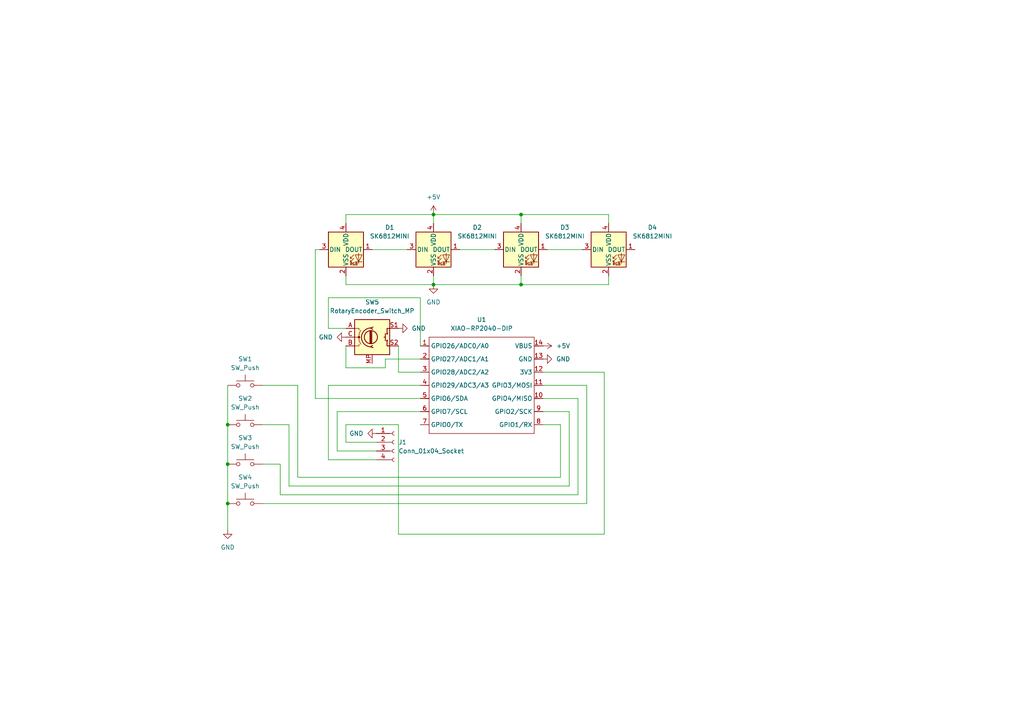
<source format=kicad_sch>
(kicad_sch
	(version 20250114)
	(generator "eeschema")
	(generator_version "9.0")
	(uuid "b8b8dbeb-5c33-4d33-b787-3c31eef694db")
	(paper "A4")
	(lib_symbols
		(symbol "Connector:Conn_01x04_Socket"
			(pin_names
				(offset 1.016)
				(hide yes)
			)
			(exclude_from_sim no)
			(in_bom yes)
			(on_board yes)
			(property "Reference" "J"
				(at 0 5.08 0)
				(effects
					(font
						(size 1.27 1.27)
					)
				)
			)
			(property "Value" "Conn_01x04_Socket"
				(at 0 -7.62 0)
				(effects
					(font
						(size 1.27 1.27)
					)
				)
			)
			(property "Footprint" ""
				(at 0 0 0)
				(effects
					(font
						(size 1.27 1.27)
					)
					(hide yes)
				)
			)
			(property "Datasheet" "~"
				(at 0 0 0)
				(effects
					(font
						(size 1.27 1.27)
					)
					(hide yes)
				)
			)
			(property "Description" "Generic connector, single row, 01x04, script generated"
				(at 0 0 0)
				(effects
					(font
						(size 1.27 1.27)
					)
					(hide yes)
				)
			)
			(property "ki_locked" ""
				(at 0 0 0)
				(effects
					(font
						(size 1.27 1.27)
					)
				)
			)
			(property "ki_keywords" "connector"
				(at 0 0 0)
				(effects
					(font
						(size 1.27 1.27)
					)
					(hide yes)
				)
			)
			(property "ki_fp_filters" "Connector*:*_1x??_*"
				(at 0 0 0)
				(effects
					(font
						(size 1.27 1.27)
					)
					(hide yes)
				)
			)
			(symbol "Conn_01x04_Socket_1_1"
				(polyline
					(pts
						(xy -1.27 2.54) (xy -0.508 2.54)
					)
					(stroke
						(width 0.1524)
						(type default)
					)
					(fill
						(type none)
					)
				)
				(polyline
					(pts
						(xy -1.27 0) (xy -0.508 0)
					)
					(stroke
						(width 0.1524)
						(type default)
					)
					(fill
						(type none)
					)
				)
				(polyline
					(pts
						(xy -1.27 -2.54) (xy -0.508 -2.54)
					)
					(stroke
						(width 0.1524)
						(type default)
					)
					(fill
						(type none)
					)
				)
				(polyline
					(pts
						(xy -1.27 -5.08) (xy -0.508 -5.08)
					)
					(stroke
						(width 0.1524)
						(type default)
					)
					(fill
						(type none)
					)
				)
				(arc
					(start 0 2.032)
					(mid -0.5058 2.54)
					(end 0 3.048)
					(stroke
						(width 0.1524)
						(type default)
					)
					(fill
						(type none)
					)
				)
				(arc
					(start 0 -0.508)
					(mid -0.5058 0)
					(end 0 0.508)
					(stroke
						(width 0.1524)
						(type default)
					)
					(fill
						(type none)
					)
				)
				(arc
					(start 0 -3.048)
					(mid -0.5058 -2.54)
					(end 0 -2.032)
					(stroke
						(width 0.1524)
						(type default)
					)
					(fill
						(type none)
					)
				)
				(arc
					(start 0 -5.588)
					(mid -0.5058 -5.08)
					(end 0 -4.572)
					(stroke
						(width 0.1524)
						(type default)
					)
					(fill
						(type none)
					)
				)
				(pin passive line
					(at -5.08 2.54 0)
					(length 3.81)
					(name "Pin_1"
						(effects
							(font
								(size 1.27 1.27)
							)
						)
					)
					(number "1"
						(effects
							(font
								(size 1.27 1.27)
							)
						)
					)
				)
				(pin passive line
					(at -5.08 0 0)
					(length 3.81)
					(name "Pin_2"
						(effects
							(font
								(size 1.27 1.27)
							)
						)
					)
					(number "2"
						(effects
							(font
								(size 1.27 1.27)
							)
						)
					)
				)
				(pin passive line
					(at -5.08 -2.54 0)
					(length 3.81)
					(name "Pin_3"
						(effects
							(font
								(size 1.27 1.27)
							)
						)
					)
					(number "3"
						(effects
							(font
								(size 1.27 1.27)
							)
						)
					)
				)
				(pin passive line
					(at -5.08 -5.08 0)
					(length 3.81)
					(name "Pin_4"
						(effects
							(font
								(size 1.27 1.27)
							)
						)
					)
					(number "4"
						(effects
							(font
								(size 1.27 1.27)
							)
						)
					)
				)
			)
			(embedded_fonts no)
		)
		(symbol "Device:RotaryEncoder_Switch_MP"
			(pin_names
				(offset 0.254)
				(hide yes)
			)
			(exclude_from_sim no)
			(in_bom yes)
			(on_board yes)
			(property "Reference" "SW"
				(at 0 8.89 0)
				(effects
					(font
						(size 1.27 1.27)
					)
				)
			)
			(property "Value" "RotaryEncoder_Switch_MP"
				(at 0 6.35 0)
				(effects
					(font
						(size 1.27 1.27)
					)
				)
			)
			(property "Footprint" ""
				(at -3.81 4.064 0)
				(effects
					(font
						(size 1.27 1.27)
					)
					(hide yes)
				)
			)
			(property "Datasheet" "~"
				(at 0 -12.7 0)
				(effects
					(font
						(size 1.27 1.27)
					)
					(hide yes)
				)
			)
			(property "Description" "Rotary encoder, dual channel, incremental quadrate outputs, with switch and MP Pin"
				(at 0 -15.24 0)
				(effects
					(font
						(size 1.27 1.27)
					)
					(hide yes)
				)
			)
			(property "ki_keywords" "rotary switch encoder switch push button"
				(at 0 0 0)
				(effects
					(font
						(size 1.27 1.27)
					)
					(hide yes)
				)
			)
			(property "ki_fp_filters" "RotaryEncoder*Switch*"
				(at 0 0 0)
				(effects
					(font
						(size 1.27 1.27)
					)
					(hide yes)
				)
			)
			(symbol "RotaryEncoder_Switch_MP_0_1"
				(rectangle
					(start -5.08 5.08)
					(end 5.08 -5.08)
					(stroke
						(width 0.254)
						(type default)
					)
					(fill
						(type background)
					)
				)
				(polyline
					(pts
						(xy -5.08 2.54) (xy -3.81 2.54) (xy -3.81 2.032)
					)
					(stroke
						(width 0)
						(type default)
					)
					(fill
						(type none)
					)
				)
				(polyline
					(pts
						(xy -5.08 0) (xy -3.81 0) (xy -3.81 -1.016) (xy -3.302 -2.032)
					)
					(stroke
						(width 0)
						(type default)
					)
					(fill
						(type none)
					)
				)
				(polyline
					(pts
						(xy -5.08 -2.54) (xy -3.81 -2.54) (xy -3.81 -2.032)
					)
					(stroke
						(width 0)
						(type default)
					)
					(fill
						(type none)
					)
				)
				(polyline
					(pts
						(xy -4.318 0) (xy -3.81 0) (xy -3.81 1.016) (xy -3.302 2.032)
					)
					(stroke
						(width 0)
						(type default)
					)
					(fill
						(type none)
					)
				)
				(circle
					(center -3.81 0)
					(radius 0.254)
					(stroke
						(width 0)
						(type default)
					)
					(fill
						(type outline)
					)
				)
				(polyline
					(pts
						(xy -0.635 -1.778) (xy -0.635 1.778)
					)
					(stroke
						(width 0.254)
						(type default)
					)
					(fill
						(type none)
					)
				)
				(circle
					(center -0.381 0)
					(radius 1.905)
					(stroke
						(width 0.254)
						(type default)
					)
					(fill
						(type none)
					)
				)
				(polyline
					(pts
						(xy -0.381 -1.778) (xy -0.381 1.778)
					)
					(stroke
						(width 0.254)
						(type default)
					)
					(fill
						(type none)
					)
				)
				(arc
					(start -0.381 -2.794)
					(mid -3.0988 -0.0635)
					(end -0.381 2.667)
					(stroke
						(width 0.254)
						(type default)
					)
					(fill
						(type none)
					)
				)
				(polyline
					(pts
						(xy -0.127 1.778) (xy -0.127 -1.778)
					)
					(stroke
						(width 0.254)
						(type default)
					)
					(fill
						(type none)
					)
				)
				(polyline
					(pts
						(xy 0.254 2.921) (xy -0.508 2.667) (xy 0.127 2.286)
					)
					(stroke
						(width 0.254)
						(type default)
					)
					(fill
						(type none)
					)
				)
				(polyline
					(pts
						(xy 0.254 -3.048) (xy -0.508 -2.794) (xy 0.127 -2.413)
					)
					(stroke
						(width 0.254)
						(type default)
					)
					(fill
						(type none)
					)
				)
				(polyline
					(pts
						(xy 3.81 1.016) (xy 3.81 -1.016)
					)
					(stroke
						(width 0.254)
						(type default)
					)
					(fill
						(type none)
					)
				)
				(polyline
					(pts
						(xy 3.81 0) (xy 3.429 0)
					)
					(stroke
						(width 0.254)
						(type default)
					)
					(fill
						(type none)
					)
				)
				(circle
					(center 4.318 1.016)
					(radius 0.127)
					(stroke
						(width 0.254)
						(type default)
					)
					(fill
						(type none)
					)
				)
				(circle
					(center 4.318 -1.016)
					(radius 0.127)
					(stroke
						(width 0.254)
						(type default)
					)
					(fill
						(type none)
					)
				)
				(polyline
					(pts
						(xy 5.08 2.54) (xy 4.318 2.54) (xy 4.318 1.016)
					)
					(stroke
						(width 0.254)
						(type default)
					)
					(fill
						(type none)
					)
				)
				(polyline
					(pts
						(xy 5.08 -2.54) (xy 4.318 -2.54) (xy 4.318 -1.016)
					)
					(stroke
						(width 0.254)
						(type default)
					)
					(fill
						(type none)
					)
				)
			)
			(symbol "RotaryEncoder_Switch_MP_1_1"
				(pin passive line
					(at -7.62 2.54 0)
					(length 2.54)
					(name "A"
						(effects
							(font
								(size 1.27 1.27)
							)
						)
					)
					(number "A"
						(effects
							(font
								(size 1.27 1.27)
							)
						)
					)
				)
				(pin passive line
					(at -7.62 0 0)
					(length 2.54)
					(name "C"
						(effects
							(font
								(size 1.27 1.27)
							)
						)
					)
					(number "C"
						(effects
							(font
								(size 1.27 1.27)
							)
						)
					)
				)
				(pin passive line
					(at -7.62 -2.54 0)
					(length 2.54)
					(name "B"
						(effects
							(font
								(size 1.27 1.27)
							)
						)
					)
					(number "B"
						(effects
							(font
								(size 1.27 1.27)
							)
						)
					)
				)
				(pin passive line
					(at 0 -7.62 90)
					(length 2.54)
					(name "MP"
						(effects
							(font
								(size 1.27 1.27)
							)
						)
					)
					(number "MP"
						(effects
							(font
								(size 1.27 1.27)
							)
						)
					)
				)
				(pin passive line
					(at 7.62 2.54 180)
					(length 2.54)
					(name "S1"
						(effects
							(font
								(size 1.27 1.27)
							)
						)
					)
					(number "S1"
						(effects
							(font
								(size 1.27 1.27)
							)
						)
					)
				)
				(pin passive line
					(at 7.62 -2.54 180)
					(length 2.54)
					(name "S2"
						(effects
							(font
								(size 1.27 1.27)
							)
						)
					)
					(number "S2"
						(effects
							(font
								(size 1.27 1.27)
							)
						)
					)
				)
			)
			(embedded_fonts no)
		)
		(symbol "LED:SK6812MINI"
			(pin_names
				(offset 0.254)
			)
			(exclude_from_sim no)
			(in_bom yes)
			(on_board yes)
			(property "Reference" "D"
				(at 5.08 5.715 0)
				(effects
					(font
						(size 1.27 1.27)
					)
					(justify right bottom)
				)
			)
			(property "Value" "SK6812MINI"
				(at 1.27 -5.715 0)
				(effects
					(font
						(size 1.27 1.27)
					)
					(justify left top)
				)
			)
			(property "Footprint" "LED_SMD:LED_SK6812MINI_PLCC4_3.5x3.5mm_P1.75mm"
				(at 1.27 -7.62 0)
				(effects
					(font
						(size 1.27 1.27)
					)
					(justify left top)
					(hide yes)
				)
			)
			(property "Datasheet" "https://cdn-shop.adafruit.com/product-files/2686/SK6812MINI_REV.01-1-2.pdf"
				(at 2.54 -9.525 0)
				(effects
					(font
						(size 1.27 1.27)
					)
					(justify left top)
					(hide yes)
				)
			)
			(property "Description" "RGB LED with integrated controller"
				(at 0 0 0)
				(effects
					(font
						(size 1.27 1.27)
					)
					(hide yes)
				)
			)
			(property "ki_keywords" "RGB LED NeoPixel Mini addressable"
				(at 0 0 0)
				(effects
					(font
						(size 1.27 1.27)
					)
					(hide yes)
				)
			)
			(property "ki_fp_filters" "LED*SK6812MINI*PLCC*3.5x3.5mm*P1.75mm*"
				(at 0 0 0)
				(effects
					(font
						(size 1.27 1.27)
					)
					(hide yes)
				)
			)
			(symbol "SK6812MINI_0_0"
				(text "RGB"
					(at 2.286 -4.191 0)
					(effects
						(font
							(size 0.762 0.762)
						)
					)
				)
			)
			(symbol "SK6812MINI_0_1"
				(polyline
					(pts
						(xy 1.27 -2.54) (xy 1.778 -2.54)
					)
					(stroke
						(width 0)
						(type default)
					)
					(fill
						(type none)
					)
				)
				(polyline
					(pts
						(xy 1.27 -3.556) (xy 1.778 -3.556)
					)
					(stroke
						(width 0)
						(type default)
					)
					(fill
						(type none)
					)
				)
				(polyline
					(pts
						(xy 2.286 -1.524) (xy 1.27 -2.54) (xy 1.27 -2.032)
					)
					(stroke
						(width 0)
						(type default)
					)
					(fill
						(type none)
					)
				)
				(polyline
					(pts
						(xy 2.286 -2.54) (xy 1.27 -3.556) (xy 1.27 -3.048)
					)
					(stroke
						(width 0)
						(type default)
					)
					(fill
						(type none)
					)
				)
				(polyline
					(pts
						(xy 3.683 -1.016) (xy 3.683 -3.556) (xy 3.683 -4.064)
					)
					(stroke
						(width 0)
						(type default)
					)
					(fill
						(type none)
					)
				)
				(polyline
					(pts
						(xy 4.699 -1.524) (xy 2.667 -1.524) (xy 3.683 -3.556) (xy 4.699 -1.524)
					)
					(stroke
						(width 0)
						(type default)
					)
					(fill
						(type none)
					)
				)
				(polyline
					(pts
						(xy 4.699 -3.556) (xy 2.667 -3.556)
					)
					(stroke
						(width 0)
						(type default)
					)
					(fill
						(type none)
					)
				)
				(rectangle
					(start 5.08 5.08)
					(end -5.08 -5.08)
					(stroke
						(width 0.254)
						(type default)
					)
					(fill
						(type background)
					)
				)
			)
			(symbol "SK6812MINI_1_1"
				(pin input line
					(at -7.62 0 0)
					(length 2.54)
					(name "DIN"
						(effects
							(font
								(size 1.27 1.27)
							)
						)
					)
					(number "3"
						(effects
							(font
								(size 1.27 1.27)
							)
						)
					)
				)
				(pin power_in line
					(at 0 7.62 270)
					(length 2.54)
					(name "VDD"
						(effects
							(font
								(size 1.27 1.27)
							)
						)
					)
					(number "4"
						(effects
							(font
								(size 1.27 1.27)
							)
						)
					)
				)
				(pin power_in line
					(at 0 -7.62 90)
					(length 2.54)
					(name "VSS"
						(effects
							(font
								(size 1.27 1.27)
							)
						)
					)
					(number "2"
						(effects
							(font
								(size 1.27 1.27)
							)
						)
					)
				)
				(pin output line
					(at 7.62 0 180)
					(length 2.54)
					(name "DOUT"
						(effects
							(font
								(size 1.27 1.27)
							)
						)
					)
					(number "1"
						(effects
							(font
								(size 1.27 1.27)
							)
						)
					)
				)
			)
			(embedded_fonts no)
		)
		(symbol "OPL Library:XIAO-RP2040-DIP"
			(exclude_from_sim no)
			(in_bom yes)
			(on_board yes)
			(property "Reference" "U"
				(at 0 0 0)
				(effects
					(font
						(size 1.27 1.27)
					)
				)
			)
			(property "Value" "XIAO-RP2040-DIP"
				(at 5.334 -1.778 0)
				(effects
					(font
						(size 1.27 1.27)
					)
				)
			)
			(property "Footprint" "Module:MOUDLE14P-XIAO-DIP-SMD"
				(at 14.478 -32.258 0)
				(effects
					(font
						(size 1.27 1.27)
					)
					(hide yes)
				)
			)
			(property "Datasheet" ""
				(at 0 0 0)
				(effects
					(font
						(size 1.27 1.27)
					)
					(hide yes)
				)
			)
			(property "Description" ""
				(at 0 0 0)
				(effects
					(font
						(size 1.27 1.27)
					)
					(hide yes)
				)
			)
			(symbol "XIAO-RP2040-DIP_1_0"
				(polyline
					(pts
						(xy -1.27 -2.54) (xy 29.21 -2.54)
					)
					(stroke
						(width 0.1524)
						(type solid)
					)
					(fill
						(type none)
					)
				)
				(polyline
					(pts
						(xy -1.27 -5.08) (xy -2.54 -5.08)
					)
					(stroke
						(width 0.1524)
						(type solid)
					)
					(fill
						(type none)
					)
				)
				(polyline
					(pts
						(xy -1.27 -5.08) (xy -1.27 -2.54)
					)
					(stroke
						(width 0.1524)
						(type solid)
					)
					(fill
						(type none)
					)
				)
				(polyline
					(pts
						(xy -1.27 -8.89) (xy -2.54 -8.89)
					)
					(stroke
						(width 0.1524)
						(type solid)
					)
					(fill
						(type none)
					)
				)
				(polyline
					(pts
						(xy -1.27 -8.89) (xy -1.27 -5.08)
					)
					(stroke
						(width 0.1524)
						(type solid)
					)
					(fill
						(type none)
					)
				)
				(polyline
					(pts
						(xy -1.27 -12.7) (xy -2.54 -12.7)
					)
					(stroke
						(width 0.1524)
						(type solid)
					)
					(fill
						(type none)
					)
				)
				(polyline
					(pts
						(xy -1.27 -12.7) (xy -1.27 -8.89)
					)
					(stroke
						(width 0.1524)
						(type solid)
					)
					(fill
						(type none)
					)
				)
				(polyline
					(pts
						(xy -1.27 -16.51) (xy -2.54 -16.51)
					)
					(stroke
						(width 0.1524)
						(type solid)
					)
					(fill
						(type none)
					)
				)
				(polyline
					(pts
						(xy -1.27 -16.51) (xy -1.27 -12.7)
					)
					(stroke
						(width 0.1524)
						(type solid)
					)
					(fill
						(type none)
					)
				)
				(polyline
					(pts
						(xy -1.27 -20.32) (xy -2.54 -20.32)
					)
					(stroke
						(width 0.1524)
						(type solid)
					)
					(fill
						(type none)
					)
				)
				(polyline
					(pts
						(xy -1.27 -24.13) (xy -2.54 -24.13)
					)
					(stroke
						(width 0.1524)
						(type solid)
					)
					(fill
						(type none)
					)
				)
				(polyline
					(pts
						(xy -1.27 -27.94) (xy -2.54 -27.94)
					)
					(stroke
						(width 0.1524)
						(type solid)
					)
					(fill
						(type none)
					)
				)
				(polyline
					(pts
						(xy -1.27 -30.48) (xy -1.27 -16.51)
					)
					(stroke
						(width 0.1524)
						(type solid)
					)
					(fill
						(type none)
					)
				)
				(polyline
					(pts
						(xy 29.21 -2.54) (xy 29.21 -5.08)
					)
					(stroke
						(width 0.1524)
						(type solid)
					)
					(fill
						(type none)
					)
				)
				(polyline
					(pts
						(xy 29.21 -5.08) (xy 29.21 -8.89)
					)
					(stroke
						(width 0.1524)
						(type solid)
					)
					(fill
						(type none)
					)
				)
				(polyline
					(pts
						(xy 29.21 -8.89) (xy 29.21 -12.7)
					)
					(stroke
						(width 0.1524)
						(type solid)
					)
					(fill
						(type none)
					)
				)
				(polyline
					(pts
						(xy 29.21 -12.7) (xy 29.21 -30.48)
					)
					(stroke
						(width 0.1524)
						(type solid)
					)
					(fill
						(type none)
					)
				)
				(polyline
					(pts
						(xy 29.21 -30.48) (xy -1.27 -30.48)
					)
					(stroke
						(width 0.1524)
						(type solid)
					)
					(fill
						(type none)
					)
				)
				(polyline
					(pts
						(xy 30.48 -5.08) (xy 29.21 -5.08)
					)
					(stroke
						(width 0.1524)
						(type solid)
					)
					(fill
						(type none)
					)
				)
				(polyline
					(pts
						(xy 30.48 -8.89) (xy 29.21 -8.89)
					)
					(stroke
						(width 0.1524)
						(type solid)
					)
					(fill
						(type none)
					)
				)
				(polyline
					(pts
						(xy 30.48 -12.7) (xy 29.21 -12.7)
					)
					(stroke
						(width 0.1524)
						(type solid)
					)
					(fill
						(type none)
					)
				)
				(polyline
					(pts
						(xy 30.48 -16.51) (xy 29.21 -16.51)
					)
					(stroke
						(width 0.1524)
						(type solid)
					)
					(fill
						(type none)
					)
				)
				(polyline
					(pts
						(xy 30.48 -20.32) (xy 29.21 -20.32)
					)
					(stroke
						(width 0.1524)
						(type solid)
					)
					(fill
						(type none)
					)
				)
				(polyline
					(pts
						(xy 30.48 -24.13) (xy 29.21 -24.13)
					)
					(stroke
						(width 0.1524)
						(type solid)
					)
					(fill
						(type none)
					)
				)
				(polyline
					(pts
						(xy 30.48 -27.94) (xy 29.21 -27.94)
					)
					(stroke
						(width 0.1524)
						(type solid)
					)
					(fill
						(type none)
					)
				)
				(pin passive line
					(at -3.81 -5.08 0)
					(length 2.54)
					(name "GPIO26/ADC0/A0"
						(effects
							(font
								(size 1.27 1.27)
							)
						)
					)
					(number "1"
						(effects
							(font
								(size 1.27 1.27)
							)
						)
					)
				)
				(pin passive line
					(at -3.81 -8.89 0)
					(length 2.54)
					(name "GPIO27/ADC1/A1"
						(effects
							(font
								(size 1.27 1.27)
							)
						)
					)
					(number "2"
						(effects
							(font
								(size 1.27 1.27)
							)
						)
					)
				)
				(pin passive line
					(at -3.81 -12.7 0)
					(length 2.54)
					(name "GPIO28/ADC2/A2"
						(effects
							(font
								(size 1.27 1.27)
							)
						)
					)
					(number "3"
						(effects
							(font
								(size 1.27 1.27)
							)
						)
					)
				)
				(pin passive line
					(at -3.81 -16.51 0)
					(length 2.54)
					(name "GPIO29/ADC3/A3"
						(effects
							(font
								(size 1.27 1.27)
							)
						)
					)
					(number "4"
						(effects
							(font
								(size 1.27 1.27)
							)
						)
					)
				)
				(pin passive line
					(at -3.81 -20.32 0)
					(length 2.54)
					(name "GPIO6/SDA"
						(effects
							(font
								(size 1.27 1.27)
							)
						)
					)
					(number "5"
						(effects
							(font
								(size 1.27 1.27)
							)
						)
					)
				)
				(pin passive line
					(at -3.81 -24.13 0)
					(length 2.54)
					(name "GPIO7/SCL"
						(effects
							(font
								(size 1.27 1.27)
							)
						)
					)
					(number "6"
						(effects
							(font
								(size 1.27 1.27)
							)
						)
					)
				)
				(pin passive line
					(at -3.81 -27.94 0)
					(length 2.54)
					(name "GPIO0/TX"
						(effects
							(font
								(size 1.27 1.27)
							)
						)
					)
					(number "7"
						(effects
							(font
								(size 1.27 1.27)
							)
						)
					)
				)
				(pin passive line
					(at 31.75 -5.08 180)
					(length 2.54)
					(name "VBUS"
						(effects
							(font
								(size 1.27 1.27)
							)
						)
					)
					(number "14"
						(effects
							(font
								(size 1.27 1.27)
							)
						)
					)
				)
				(pin passive line
					(at 31.75 -8.89 180)
					(length 2.54)
					(name "GND"
						(effects
							(font
								(size 1.27 1.27)
							)
						)
					)
					(number "13"
						(effects
							(font
								(size 1.27 1.27)
							)
						)
					)
				)
				(pin passive line
					(at 31.75 -12.7 180)
					(length 2.54)
					(name "3V3"
						(effects
							(font
								(size 1.27 1.27)
							)
						)
					)
					(number "12"
						(effects
							(font
								(size 1.27 1.27)
							)
						)
					)
				)
				(pin passive line
					(at 31.75 -16.51 180)
					(length 2.54)
					(name "GPIO3/MOSI"
						(effects
							(font
								(size 1.27 1.27)
							)
						)
					)
					(number "11"
						(effects
							(font
								(size 1.27 1.27)
							)
						)
					)
				)
				(pin passive line
					(at 31.75 -20.32 180)
					(length 2.54)
					(name "GPIO4/MISO"
						(effects
							(font
								(size 1.27 1.27)
							)
						)
					)
					(number "10"
						(effects
							(font
								(size 1.27 1.27)
							)
						)
					)
				)
				(pin passive line
					(at 31.75 -24.13 180)
					(length 2.54)
					(name "GPIO2/SCK"
						(effects
							(font
								(size 1.27 1.27)
							)
						)
					)
					(number "9"
						(effects
							(font
								(size 1.27 1.27)
							)
						)
					)
				)
				(pin passive line
					(at 31.75 -27.94 180)
					(length 2.54)
					(name "GPIO1/RX"
						(effects
							(font
								(size 1.27 1.27)
							)
						)
					)
					(number "8"
						(effects
							(font
								(size 1.27 1.27)
							)
						)
					)
				)
			)
			(embedded_fonts no)
		)
		(symbol "Switch:SW_Push"
			(pin_numbers
				(hide yes)
			)
			(pin_names
				(offset 1.016)
				(hide yes)
			)
			(exclude_from_sim no)
			(in_bom yes)
			(on_board yes)
			(property "Reference" "SW"
				(at 1.27 2.54 0)
				(effects
					(font
						(size 1.27 1.27)
					)
					(justify left)
				)
			)
			(property "Value" "SW_Push"
				(at 0 -1.524 0)
				(effects
					(font
						(size 1.27 1.27)
					)
				)
			)
			(property "Footprint" ""
				(at 0 5.08 0)
				(effects
					(font
						(size 1.27 1.27)
					)
					(hide yes)
				)
			)
			(property "Datasheet" "~"
				(at 0 5.08 0)
				(effects
					(font
						(size 1.27 1.27)
					)
					(hide yes)
				)
			)
			(property "Description" "Push button switch, generic, two pins"
				(at 0 0 0)
				(effects
					(font
						(size 1.27 1.27)
					)
					(hide yes)
				)
			)
			(property "ki_keywords" "switch normally-open pushbutton push-button"
				(at 0 0 0)
				(effects
					(font
						(size 1.27 1.27)
					)
					(hide yes)
				)
			)
			(symbol "SW_Push_0_1"
				(circle
					(center -2.032 0)
					(radius 0.508)
					(stroke
						(width 0)
						(type default)
					)
					(fill
						(type none)
					)
				)
				(polyline
					(pts
						(xy 0 1.27) (xy 0 3.048)
					)
					(stroke
						(width 0)
						(type default)
					)
					(fill
						(type none)
					)
				)
				(circle
					(center 2.032 0)
					(radius 0.508)
					(stroke
						(width 0)
						(type default)
					)
					(fill
						(type none)
					)
				)
				(polyline
					(pts
						(xy 2.54 1.27) (xy -2.54 1.27)
					)
					(stroke
						(width 0)
						(type default)
					)
					(fill
						(type none)
					)
				)
				(pin passive line
					(at -5.08 0 0)
					(length 2.54)
					(name "1"
						(effects
							(font
								(size 1.27 1.27)
							)
						)
					)
					(number "1"
						(effects
							(font
								(size 1.27 1.27)
							)
						)
					)
				)
				(pin passive line
					(at 5.08 0 180)
					(length 2.54)
					(name "2"
						(effects
							(font
								(size 1.27 1.27)
							)
						)
					)
					(number "2"
						(effects
							(font
								(size 1.27 1.27)
							)
						)
					)
				)
			)
			(embedded_fonts no)
		)
		(symbol "power:+5V"
			(power)
			(pin_numbers
				(hide yes)
			)
			(pin_names
				(offset 0)
				(hide yes)
			)
			(exclude_from_sim no)
			(in_bom yes)
			(on_board yes)
			(property "Reference" "#PWR"
				(at 0 -3.81 0)
				(effects
					(font
						(size 1.27 1.27)
					)
					(hide yes)
				)
			)
			(property "Value" "+5V"
				(at 0 3.556 0)
				(effects
					(font
						(size 1.27 1.27)
					)
				)
			)
			(property "Footprint" ""
				(at 0 0 0)
				(effects
					(font
						(size 1.27 1.27)
					)
					(hide yes)
				)
			)
			(property "Datasheet" ""
				(at 0 0 0)
				(effects
					(font
						(size 1.27 1.27)
					)
					(hide yes)
				)
			)
			(property "Description" "Power symbol creates a global label with name \"+5V\""
				(at 0 0 0)
				(effects
					(font
						(size 1.27 1.27)
					)
					(hide yes)
				)
			)
			(property "ki_keywords" "global power"
				(at 0 0 0)
				(effects
					(font
						(size 1.27 1.27)
					)
					(hide yes)
				)
			)
			(symbol "+5V_0_1"
				(polyline
					(pts
						(xy -0.762 1.27) (xy 0 2.54)
					)
					(stroke
						(width 0)
						(type default)
					)
					(fill
						(type none)
					)
				)
				(polyline
					(pts
						(xy 0 2.54) (xy 0.762 1.27)
					)
					(stroke
						(width 0)
						(type default)
					)
					(fill
						(type none)
					)
				)
				(polyline
					(pts
						(xy 0 0) (xy 0 2.54)
					)
					(stroke
						(width 0)
						(type default)
					)
					(fill
						(type none)
					)
				)
			)
			(symbol "+5V_1_1"
				(pin power_in line
					(at 0 0 90)
					(length 0)
					(name "~"
						(effects
							(font
								(size 1.27 1.27)
							)
						)
					)
					(number "1"
						(effects
							(font
								(size 1.27 1.27)
							)
						)
					)
				)
			)
			(embedded_fonts no)
		)
		(symbol "power:GND"
			(power)
			(pin_numbers
				(hide yes)
			)
			(pin_names
				(offset 0)
				(hide yes)
			)
			(exclude_from_sim no)
			(in_bom yes)
			(on_board yes)
			(property "Reference" "#PWR"
				(at 0 -6.35 0)
				(effects
					(font
						(size 1.27 1.27)
					)
					(hide yes)
				)
			)
			(property "Value" "GND"
				(at 0 -3.81 0)
				(effects
					(font
						(size 1.27 1.27)
					)
				)
			)
			(property "Footprint" ""
				(at 0 0 0)
				(effects
					(font
						(size 1.27 1.27)
					)
					(hide yes)
				)
			)
			(property "Datasheet" ""
				(at 0 0 0)
				(effects
					(font
						(size 1.27 1.27)
					)
					(hide yes)
				)
			)
			(property "Description" "Power symbol creates a global label with name \"GND\" , ground"
				(at 0 0 0)
				(effects
					(font
						(size 1.27 1.27)
					)
					(hide yes)
				)
			)
			(property "ki_keywords" "global power"
				(at 0 0 0)
				(effects
					(font
						(size 1.27 1.27)
					)
					(hide yes)
				)
			)
			(symbol "GND_0_1"
				(polyline
					(pts
						(xy 0 0) (xy 0 -1.27) (xy 1.27 -1.27) (xy 0 -2.54) (xy -1.27 -1.27) (xy 0 -1.27)
					)
					(stroke
						(width 0)
						(type default)
					)
					(fill
						(type none)
					)
				)
			)
			(symbol "GND_1_1"
				(pin power_in line
					(at 0 0 270)
					(length 0)
					(name "~"
						(effects
							(font
								(size 1.27 1.27)
							)
						)
					)
					(number "1"
						(effects
							(font
								(size 1.27 1.27)
							)
						)
					)
				)
			)
			(embedded_fonts no)
		)
	)
	(junction
		(at 66.04 134.62)
		(diameter 0)
		(color 0 0 0 0)
		(uuid "49038254-b7af-4012-9742-fcaff5f71b8c")
	)
	(junction
		(at 151.13 82.55)
		(diameter 0)
		(color 0 0 0 0)
		(uuid "4e6f42b6-f206-4443-9159-95b6f634a397")
	)
	(junction
		(at 66.04 123.19)
		(diameter 0)
		(color 0 0 0 0)
		(uuid "585db9f9-9068-4d9a-8fb0-bf39df2bc478")
	)
	(junction
		(at 151.13 62.23)
		(diameter 0)
		(color 0 0 0 0)
		(uuid "765b5e4f-c564-42bd-83ed-29e1d041cbcf")
	)
	(junction
		(at 125.73 62.23)
		(diameter 0)
		(color 0 0 0 0)
		(uuid "ae1eb18c-be42-4b3a-9ad0-8129e70e3f73")
	)
	(junction
		(at 66.04 146.05)
		(diameter 0)
		(color 0 0 0 0)
		(uuid "f3d65d17-59b2-4ea0-a8ab-c4dac4d1aae9")
	)
	(junction
		(at 125.73 82.55)
		(diameter 0)
		(color 0 0 0 0)
		(uuid "f6edec4b-1c75-42b8-a76c-8edffb699c38")
	)
	(wire
		(pts
			(xy 100.33 62.23) (xy 125.73 62.23)
		)
		(stroke
			(width 0)
			(type default)
		)
		(uuid "07c6b70a-299e-47a5-a468-f634c0d115b2")
	)
	(wire
		(pts
			(xy 125.73 62.23) (xy 151.13 62.23)
		)
		(stroke
			(width 0)
			(type default)
		)
		(uuid "09097266-f2e8-4091-a0d1-6403c6b5d997")
	)
	(wire
		(pts
			(xy 175.26 107.95) (xy 157.48 107.95)
		)
		(stroke
			(width 0)
			(type default)
		)
		(uuid "0e1e26f4-8bb3-4f11-aef9-8606dbb4af0c")
	)
	(wire
		(pts
			(xy 91.44 72.39) (xy 92.71 72.39)
		)
		(stroke
			(width 0)
			(type default)
		)
		(uuid "0e4d6b3f-a804-4be8-a54a-16056f2d286b")
	)
	(wire
		(pts
			(xy 158.75 72.39) (xy 168.91 72.39)
		)
		(stroke
			(width 0)
			(type default)
		)
		(uuid "0ed58f09-e86f-43e1-9754-c2011c4aab32")
	)
	(wire
		(pts
			(xy 162.56 123.19) (xy 157.48 123.19)
		)
		(stroke
			(width 0)
			(type default)
		)
		(uuid "17f3e480-4428-4c29-8604-7bd15b27fc4e")
	)
	(wire
		(pts
			(xy 151.13 64.77) (xy 151.13 62.23)
		)
		(stroke
			(width 0)
			(type default)
		)
		(uuid "183f2640-9cc2-44eb-a472-2144b0f281c7")
	)
	(wire
		(pts
			(xy 100.33 123.19) (xy 115.57 123.19)
		)
		(stroke
			(width 0)
			(type default)
		)
		(uuid "19900efe-9f40-42c9-802f-62f56ec173e7")
	)
	(wire
		(pts
			(xy 100.33 128.27) (xy 100.33 123.19)
		)
		(stroke
			(width 0)
			(type default)
		)
		(uuid "1d48090e-ddb2-48e8-8475-f5a49dc8a24b")
	)
	(wire
		(pts
			(xy 76.2 134.62) (xy 81.28 134.62)
		)
		(stroke
			(width 0)
			(type default)
		)
		(uuid "23ec608f-8ae7-4ca3-97fd-26ee582930a8")
	)
	(wire
		(pts
			(xy 95.25 133.35) (xy 95.25 111.76)
		)
		(stroke
			(width 0)
			(type default)
		)
		(uuid "24901493-25e1-4ec0-b9d0-6f041d09b99e")
	)
	(wire
		(pts
			(xy 170.18 146.05) (xy 170.18 111.76)
		)
		(stroke
			(width 0)
			(type default)
		)
		(uuid "2675fc10-32b9-4afe-99bf-910782180c62")
	)
	(wire
		(pts
			(xy 100.33 82.55) (xy 125.73 82.55)
		)
		(stroke
			(width 0)
			(type default)
		)
		(uuid "2ba7e913-db63-4962-a971-03609cef9d35")
	)
	(wire
		(pts
			(xy 81.28 143.51) (xy 167.64 143.51)
		)
		(stroke
			(width 0)
			(type default)
		)
		(uuid "2fc436f3-4a60-4690-a796-03f3d4b895ed")
	)
	(wire
		(pts
			(xy 165.1 119.38) (xy 157.48 119.38)
		)
		(stroke
			(width 0)
			(type default)
		)
		(uuid "30037b79-5f54-4cda-8a48-4f10dfca3647")
	)
	(wire
		(pts
			(xy 95.25 95.25) (xy 95.25 86.36)
		)
		(stroke
			(width 0)
			(type default)
		)
		(uuid "3818b337-340a-4752-89fb-8aee200b9bef")
	)
	(wire
		(pts
			(xy 176.53 80.01) (xy 176.53 82.55)
		)
		(stroke
			(width 0)
			(type default)
		)
		(uuid "38e795e7-53cc-4b22-a0c8-f2658a0cb73f")
	)
	(wire
		(pts
			(xy 81.28 134.62) (xy 81.28 143.51)
		)
		(stroke
			(width 0)
			(type default)
		)
		(uuid "3a97a15f-3d36-437d-8550-501c78ff88c2")
	)
	(wire
		(pts
			(xy 111.76 104.14) (xy 121.92 104.14)
		)
		(stroke
			(width 0)
			(type default)
		)
		(uuid "3bb111c1-a942-4a5c-9711-d6cd18cc36c2")
	)
	(wire
		(pts
			(xy 157.48 111.76) (xy 170.18 111.76)
		)
		(stroke
			(width 0)
			(type default)
		)
		(uuid "43946c21-8607-4cf3-8956-9a5c66be78c4")
	)
	(wire
		(pts
			(xy 66.04 111.76) (xy 66.04 123.19)
		)
		(stroke
			(width 0)
			(type default)
		)
		(uuid "5146ab09-5ace-4f8c-85c4-424b7e7aec00")
	)
	(wire
		(pts
			(xy 121.92 115.57) (xy 91.44 115.57)
		)
		(stroke
			(width 0)
			(type default)
		)
		(uuid "569d1ce1-652f-403b-b67f-3a60d459fa26")
	)
	(wire
		(pts
			(xy 115.57 100.33) (xy 115.57 107.95)
		)
		(stroke
			(width 0)
			(type default)
		)
		(uuid "5e113c2f-b5c5-4a43-a42f-e0bbe5521bb7")
	)
	(wire
		(pts
			(xy 121.92 86.36) (xy 121.92 100.33)
		)
		(stroke
			(width 0)
			(type default)
		)
		(uuid "60b80a54-6e77-4bf4-a091-31d8b94633e9")
	)
	(wire
		(pts
			(xy 125.73 82.55) (xy 125.73 80.01)
		)
		(stroke
			(width 0)
			(type default)
		)
		(uuid "60e9eea6-ce29-474b-a030-0ab3a8d68617")
	)
	(wire
		(pts
			(xy 83.82 140.97) (xy 165.1 140.97)
		)
		(stroke
			(width 0)
			(type default)
		)
		(uuid "6609aef5-7614-4dc9-9b87-d676faf536ee")
	)
	(wire
		(pts
			(xy 66.04 134.62) (xy 66.04 146.05)
		)
		(stroke
			(width 0)
			(type default)
		)
		(uuid "66424085-2fcb-4a8e-8446-f0472ee5c48d")
	)
	(wire
		(pts
			(xy 151.13 80.01) (xy 151.13 82.55)
		)
		(stroke
			(width 0)
			(type default)
		)
		(uuid "676aabe8-255e-4702-9506-ae7daf311ede")
	)
	(wire
		(pts
			(xy 100.33 100.33) (xy 100.33 106.68)
		)
		(stroke
			(width 0)
			(type default)
		)
		(uuid "6b7e7b8e-78b0-4ba6-9fbe-df70964d5a5b")
	)
	(wire
		(pts
			(xy 162.56 138.43) (xy 162.56 123.19)
		)
		(stroke
			(width 0)
			(type default)
		)
		(uuid "6c213f13-b0f0-4813-96c0-572927b80d1f")
	)
	(wire
		(pts
			(xy 109.22 133.35) (xy 95.25 133.35)
		)
		(stroke
			(width 0)
			(type default)
		)
		(uuid "6dfac06e-2baf-4126-95f0-091637733870")
	)
	(wire
		(pts
			(xy 176.53 62.23) (xy 176.53 64.77)
		)
		(stroke
			(width 0)
			(type default)
		)
		(uuid "6f2e1f0a-78a8-4de3-8946-403547e2b094")
	)
	(wire
		(pts
			(xy 165.1 140.97) (xy 165.1 119.38)
		)
		(stroke
			(width 0)
			(type default)
		)
		(uuid "6ffeeb77-faf8-458c-bea6-3e21fbb032de")
	)
	(wire
		(pts
			(xy 76.2 146.05) (xy 170.18 146.05)
		)
		(stroke
			(width 0)
			(type default)
		)
		(uuid "73452b06-d955-41c1-a6cc-705d85b9b6d5")
	)
	(wire
		(pts
			(xy 115.57 123.19) (xy 115.57 154.94)
		)
		(stroke
			(width 0)
			(type default)
		)
		(uuid "73e9c408-2875-4e87-afd0-befc0d0a2e0c")
	)
	(wire
		(pts
			(xy 109.22 128.27) (xy 100.33 128.27)
		)
		(stroke
			(width 0)
			(type default)
		)
		(uuid "74142827-a9d9-4aee-a4ee-904ec1e4d99c")
	)
	(wire
		(pts
			(xy 175.26 154.94) (xy 175.26 107.95)
		)
		(stroke
			(width 0)
			(type default)
		)
		(uuid "757ae338-a2e8-430c-bd33-7f7166e371ca")
	)
	(wire
		(pts
			(xy 157.48 115.57) (xy 167.64 115.57)
		)
		(stroke
			(width 0)
			(type default)
		)
		(uuid "85f28260-e980-4202-b512-66c4ecea0498")
	)
	(wire
		(pts
			(xy 86.36 111.76) (xy 86.36 138.43)
		)
		(stroke
			(width 0)
			(type default)
		)
		(uuid "87dd1e92-f701-4aef-9dd6-d91791902694")
	)
	(wire
		(pts
			(xy 115.57 107.95) (xy 121.92 107.95)
		)
		(stroke
			(width 0)
			(type default)
		)
		(uuid "9206b5eb-1001-47df-ae55-2b41192e77f3")
	)
	(wire
		(pts
			(xy 107.95 72.39) (xy 118.11 72.39)
		)
		(stroke
			(width 0)
			(type default)
		)
		(uuid "94d630ed-381b-491d-b1f8-27907a9c6db8")
	)
	(wire
		(pts
			(xy 100.33 95.25) (xy 95.25 95.25)
		)
		(stroke
			(width 0)
			(type default)
		)
		(uuid "9926d1b2-ad40-4054-bd48-f09fa59ed6ff")
	)
	(wire
		(pts
			(xy 76.2 123.19) (xy 83.82 123.19)
		)
		(stroke
			(width 0)
			(type default)
		)
		(uuid "a4c9c6dd-fb9f-4813-abd0-5f600089036d")
	)
	(wire
		(pts
			(xy 133.35 72.39) (xy 143.51 72.39)
		)
		(stroke
			(width 0)
			(type default)
		)
		(uuid "aa1738bb-5db4-42ee-afc0-7750a56ea0e8")
	)
	(wire
		(pts
			(xy 125.73 82.55) (xy 151.13 82.55)
		)
		(stroke
			(width 0)
			(type default)
		)
		(uuid "ad76d73c-5201-416b-bcd7-59febd7d8b8f")
	)
	(wire
		(pts
			(xy 109.22 130.81) (xy 97.79 130.81)
		)
		(stroke
			(width 0)
			(type default)
		)
		(uuid "ae1108e5-1cf7-4153-b4bb-bfbfa66c2db5")
	)
	(wire
		(pts
			(xy 66.04 123.19) (xy 66.04 134.62)
		)
		(stroke
			(width 0)
			(type default)
		)
		(uuid "b01b29df-eb83-4409-80d3-224066c11ea3")
	)
	(wire
		(pts
			(xy 111.76 106.68) (xy 111.76 104.14)
		)
		(stroke
			(width 0)
			(type default)
		)
		(uuid "b19b2a92-5b09-412e-8224-fc4066b78af2")
	)
	(wire
		(pts
			(xy 86.36 138.43) (xy 162.56 138.43)
		)
		(stroke
			(width 0)
			(type default)
		)
		(uuid "b2a5cd78-9aa0-4b07-87c5-2645b266d64c")
	)
	(wire
		(pts
			(xy 97.79 130.81) (xy 97.79 119.38)
		)
		(stroke
			(width 0)
			(type default)
		)
		(uuid "b5c82b9d-51f8-4c05-932e-a5e12ea2f2e4")
	)
	(wire
		(pts
			(xy 100.33 80.01) (xy 100.33 82.55)
		)
		(stroke
			(width 0)
			(type default)
		)
		(uuid "b7713d63-3c91-434c-993f-488f553739f3")
	)
	(wire
		(pts
			(xy 125.73 62.23) (xy 125.73 64.77)
		)
		(stroke
			(width 0)
			(type default)
		)
		(uuid "b9c52d0d-aed5-4004-817e-38b2e56e275b")
	)
	(wire
		(pts
			(xy 91.44 115.57) (xy 91.44 72.39)
		)
		(stroke
			(width 0)
			(type default)
		)
		(uuid "bd1300c0-e87b-4075-89da-4bc131f6216d")
	)
	(wire
		(pts
			(xy 100.33 64.77) (xy 100.33 62.23)
		)
		(stroke
			(width 0)
			(type default)
		)
		(uuid "c6f65599-5a9e-42bf-ba19-54c3e5bedc33")
	)
	(wire
		(pts
			(xy 100.33 106.68) (xy 111.76 106.68)
		)
		(stroke
			(width 0)
			(type default)
		)
		(uuid "c8db3f0d-7615-41de-8ede-04cbecd065e3")
	)
	(wire
		(pts
			(xy 151.13 82.55) (xy 176.53 82.55)
		)
		(stroke
			(width 0)
			(type default)
		)
		(uuid "ca04d5c4-eb51-46f7-8064-a13140a72eb7")
	)
	(wire
		(pts
			(xy 83.82 123.19) (xy 83.82 140.97)
		)
		(stroke
			(width 0)
			(type default)
		)
		(uuid "d4d08441-6346-472f-8797-0ef8b4203b48")
	)
	(wire
		(pts
			(xy 66.04 146.05) (xy 66.04 153.67)
		)
		(stroke
			(width 0)
			(type default)
		)
		(uuid "d5c557d3-0c70-4f23-9ec2-21bff57b01f1")
	)
	(wire
		(pts
			(xy 167.64 143.51) (xy 167.64 115.57)
		)
		(stroke
			(width 0)
			(type default)
		)
		(uuid "e7ae887b-b61d-4e05-bb21-15f46d9f5260")
	)
	(wire
		(pts
			(xy 95.25 86.36) (xy 121.92 86.36)
		)
		(stroke
			(width 0)
			(type default)
		)
		(uuid "eb25c894-5305-4648-a362-37f60c089cb0")
	)
	(wire
		(pts
			(xy 76.2 111.76) (xy 86.36 111.76)
		)
		(stroke
			(width 0)
			(type default)
		)
		(uuid "ed150fed-34af-4f8c-89c8-2a1019fcda95")
	)
	(wire
		(pts
			(xy 115.57 154.94) (xy 175.26 154.94)
		)
		(stroke
			(width 0)
			(type default)
		)
		(uuid "efb9a2e6-47c2-4ecf-8790-762ae744f6a6")
	)
	(wire
		(pts
			(xy 95.25 111.76) (xy 121.92 111.76)
		)
		(stroke
			(width 0)
			(type default)
		)
		(uuid "f63a2aa3-f021-4467-96fc-6013308f93f5")
	)
	(wire
		(pts
			(xy 151.13 62.23) (xy 176.53 62.23)
		)
		(stroke
			(width 0)
			(type default)
		)
		(uuid "f6d52f73-7e1f-419f-a431-c82840cdb17f")
	)
	(wire
		(pts
			(xy 97.79 119.38) (xy 121.92 119.38)
		)
		(stroke
			(width 0)
			(type default)
		)
		(uuid "fa811976-2575-406c-b46f-1e76d7d8a5c1")
	)
	(symbol
		(lib_id "power:GND")
		(at 125.73 82.55 0)
		(unit 1)
		(exclude_from_sim no)
		(in_bom yes)
		(on_board yes)
		(dnp no)
		(fields_autoplaced yes)
		(uuid "16aa694e-0ba2-4b76-9927-2d26bbc6af03")
		(property "Reference" "#PWR05"
			(at 125.73 88.9 0)
			(effects
				(font
					(size 1.27 1.27)
				)
				(hide yes)
			)
		)
		(property "Value" "GND"
			(at 125.73 87.63 0)
			(effects
				(font
					(size 1.27 1.27)
				)
			)
		)
		(property "Footprint" ""
			(at 125.73 82.55 0)
			(effects
				(font
					(size 1.27 1.27)
				)
				(hide yes)
			)
		)
		(property "Datasheet" ""
			(at 125.73 82.55 0)
			(effects
				(font
					(size 1.27 1.27)
				)
				(hide yes)
			)
		)
		(property "Description" "Power symbol creates a global label with name \"GND\" , ground"
			(at 125.73 82.55 0)
			(effects
				(font
					(size 1.27 1.27)
				)
				(hide yes)
			)
		)
		(pin "1"
			(uuid "778676e7-3c4f-4217-a5fc-beb920c120df")
		)
		(instances
			(project ""
				(path "/b8b8dbeb-5c33-4d33-b787-3c31eef694db"
					(reference "#PWR05")
					(unit 1)
				)
			)
		)
	)
	(symbol
		(lib_id "OPL Library:XIAO-RP2040-DIP")
		(at 125.73 95.25 0)
		(unit 1)
		(exclude_from_sim no)
		(in_bom yes)
		(on_board yes)
		(dnp no)
		(fields_autoplaced yes)
		(uuid "222d282c-0468-4127-a467-80b576004061")
		(property "Reference" "U1"
			(at 139.7 92.71 0)
			(effects
				(font
					(size 1.27 1.27)
				)
			)
		)
		(property "Value" "XIAO-RP2040-DIP"
			(at 139.7 95.25 0)
			(effects
				(font
					(size 1.27 1.27)
				)
			)
		)
		(property "Footprint" "OPL Lib:XIAO-RP2040-DIP"
			(at 140.208 127.508 0)
			(effects
				(font
					(size 1.27 1.27)
				)
				(hide yes)
			)
		)
		(property "Datasheet" ""
			(at 125.73 95.25 0)
			(effects
				(font
					(size 1.27 1.27)
				)
				(hide yes)
			)
		)
		(property "Description" ""
			(at 125.73 95.25 0)
			(effects
				(font
					(size 1.27 1.27)
				)
				(hide yes)
			)
		)
		(pin "12"
			(uuid "8802976d-3f0c-41c8-a0ab-1b10ceaab10b")
		)
		(pin "3"
			(uuid "94282735-7712-42cc-b094-4e8729b1b91b")
		)
		(pin "2"
			(uuid "1d7b14d7-5378-40fd-b71e-92613adbaacd")
		)
		(pin "6"
			(uuid "facdfe0a-1575-4577-9754-7094e4ef03ae")
		)
		(pin "7"
			(uuid "7518ca49-6f7c-4e4a-b98d-9f4d4d3a57a2")
		)
		(pin "4"
			(uuid "20f17594-a52d-4a8a-9246-eee8abaf93fd")
		)
		(pin "11"
			(uuid "89e77b81-f179-4eb5-b69e-f5aba0ddb89f")
		)
		(pin "13"
			(uuid "bcedb89f-179b-4672-b167-d4abaa9d7fe1")
		)
		(pin "8"
			(uuid "a19f1f52-4625-43ad-8757-d22419275234")
		)
		(pin "1"
			(uuid "cd1a8d22-7de4-4ade-9ebb-aa8ab73cec4a")
		)
		(pin "9"
			(uuid "4898c444-5c88-436b-87ca-0e86682b0060")
		)
		(pin "14"
			(uuid "abc0333c-64f9-4a18-82e3-bfa5753b990f")
		)
		(pin "5"
			(uuid "c1fd140c-64b4-407d-b9a5-886aaf015e5f")
		)
		(pin "10"
			(uuid "496a5889-df65-49ea-b1a1-b0775d4c63b7")
		)
		(instances
			(project ""
				(path "/b8b8dbeb-5c33-4d33-b787-3c31eef694db"
					(reference "U1")
					(unit 1)
				)
			)
		)
	)
	(symbol
		(lib_id "Switch:SW_Push")
		(at 71.12 111.76 0)
		(unit 1)
		(exclude_from_sim no)
		(in_bom yes)
		(on_board yes)
		(dnp no)
		(fields_autoplaced yes)
		(uuid "27d42a21-5320-448b-a46d-3ddf0fdd3e00")
		(property "Reference" "SW1"
			(at 71.12 104.14 0)
			(effects
				(font
					(size 1.27 1.27)
				)
			)
		)
		(property "Value" "SW_Push"
			(at 71.12 106.68 0)
			(effects
				(font
					(size 1.27 1.27)
				)
			)
		)
		(property "Footprint" "Button_Switch_Keyboard:SW_Cherry_MX_1.00u_PCB"
			(at 71.12 106.68 0)
			(effects
				(font
					(size 1.27 1.27)
				)
				(hide yes)
			)
		)
		(property "Datasheet" "~"
			(at 71.12 106.68 0)
			(effects
				(font
					(size 1.27 1.27)
				)
				(hide yes)
			)
		)
		(property "Description" "Push button switch, generic, two pins"
			(at 71.12 111.76 0)
			(effects
				(font
					(size 1.27 1.27)
				)
				(hide yes)
			)
		)
		(pin "1"
			(uuid "0951036b-90b2-41d9-8b54-292fd36ee43c")
		)
		(pin "2"
			(uuid "62d5592e-fde7-471f-ac14-791335263c44")
		)
		(instances
			(project ""
				(path "/b8b8dbeb-5c33-4d33-b787-3c31eef694db"
					(reference "SW1")
					(unit 1)
				)
			)
		)
	)
	(symbol
		(lib_id "power:GND")
		(at 109.22 125.73 270)
		(unit 1)
		(exclude_from_sim no)
		(in_bom yes)
		(on_board yes)
		(dnp no)
		(fields_autoplaced yes)
		(uuid "32fc79e0-39e4-445d-b21d-3adae37bc3f3")
		(property "Reference" "#PWR08"
			(at 102.87 125.73 0)
			(effects
				(font
					(size 1.27 1.27)
				)
				(hide yes)
			)
		)
		(property "Value" "GND"
			(at 105.41 125.7299 90)
			(effects
				(font
					(size 1.27 1.27)
				)
				(justify right)
			)
		)
		(property "Footprint" ""
			(at 109.22 125.73 0)
			(effects
				(font
					(size 1.27 1.27)
				)
				(hide yes)
			)
		)
		(property "Datasheet" ""
			(at 109.22 125.73 0)
			(effects
				(font
					(size 1.27 1.27)
				)
				(hide yes)
			)
		)
		(property "Description" "Power symbol creates a global label with name \"GND\" , ground"
			(at 109.22 125.73 0)
			(effects
				(font
					(size 1.27 1.27)
				)
				(hide yes)
			)
		)
		(pin "1"
			(uuid "fdeed935-6b5e-4f93-9e7b-805efd45068f")
		)
		(instances
			(project ""
				(path "/b8b8dbeb-5c33-4d33-b787-3c31eef694db"
					(reference "#PWR08")
					(unit 1)
				)
			)
		)
	)
	(symbol
		(lib_id "LED:SK6812MINI")
		(at 151.13 72.39 0)
		(unit 1)
		(exclude_from_sim no)
		(in_bom yes)
		(on_board yes)
		(dnp no)
		(fields_autoplaced yes)
		(uuid "4f58e114-90ea-48c3-a897-2fce20ab8c26")
		(property "Reference" "D3"
			(at 163.83 65.9698 0)
			(effects
				(font
					(size 1.27 1.27)
				)
			)
		)
		(property "Value" "SK6812MINI"
			(at 163.83 68.5098 0)
			(effects
				(font
					(size 1.27 1.27)
				)
			)
		)
		(property "Footprint" "LED_SMD:LED_SK6812MINI_PLCC4_3.5x3.5mm_P1.75mm"
			(at 152.4 80.01 0)
			(effects
				(font
					(size 1.27 1.27)
				)
				(justify left top)
				(hide yes)
			)
		)
		(property "Datasheet" "https://cdn-shop.adafruit.com/product-files/2686/SK6812MINI_REV.01-1-2.pdf"
			(at 153.67 81.915 0)
			(effects
				(font
					(size 1.27 1.27)
				)
				(justify left top)
				(hide yes)
			)
		)
		(property "Description" "RGB LED with integrated controller"
			(at 151.13 72.39 0)
			(effects
				(font
					(size 1.27 1.27)
				)
				(hide yes)
			)
		)
		(pin "4"
			(uuid "36874e87-2d18-48bb-be16-27238918b92e")
		)
		(pin "2"
			(uuid "dc55d3dd-e705-43c4-ba66-3b8494d9369d")
		)
		(pin "3"
			(uuid "61cf2aa4-cb29-47b3-96a1-0e4dd02066bf")
		)
		(pin "1"
			(uuid "7e90bcbb-d0a5-4ab7-adc5-3e664f018bf1")
		)
		(instances
			(project ""
				(path "/b8b8dbeb-5c33-4d33-b787-3c31eef694db"
					(reference "D3")
					(unit 1)
				)
			)
		)
	)
	(symbol
		(lib_id "power:GND")
		(at 115.57 95.25 90)
		(unit 1)
		(exclude_from_sim no)
		(in_bom yes)
		(on_board yes)
		(dnp no)
		(fields_autoplaced yes)
		(uuid "614eadcf-a333-4aab-9919-6de8a0ea946e")
		(property "Reference" "#PWR07"
			(at 121.92 95.25 0)
			(effects
				(font
					(size 1.27 1.27)
				)
				(hide yes)
			)
		)
		(property "Value" "GND"
			(at 119.38 95.2499 90)
			(effects
				(font
					(size 1.27 1.27)
				)
				(justify right)
			)
		)
		(property "Footprint" ""
			(at 115.57 95.25 0)
			(effects
				(font
					(size 1.27 1.27)
				)
				(hide yes)
			)
		)
		(property "Datasheet" ""
			(at 115.57 95.25 0)
			(effects
				(font
					(size 1.27 1.27)
				)
				(hide yes)
			)
		)
		(property "Description" "Power symbol creates a global label with name \"GND\" , ground"
			(at 115.57 95.25 0)
			(effects
				(font
					(size 1.27 1.27)
				)
				(hide yes)
			)
		)
		(pin "1"
			(uuid "1938995a-5832-46ce-a3dc-be6583ddb8a2")
		)
		(instances
			(project ""
				(path "/b8b8dbeb-5c33-4d33-b787-3c31eef694db"
					(reference "#PWR07")
					(unit 1)
				)
			)
		)
	)
	(symbol
		(lib_id "Connector:Conn_01x04_Socket")
		(at 114.3 128.27 0)
		(unit 1)
		(exclude_from_sim no)
		(in_bom yes)
		(on_board yes)
		(dnp no)
		(fields_autoplaced yes)
		(uuid "64752614-4277-4006-938c-0082173f77d2")
		(property "Reference" "J1"
			(at 115.57 128.2699 0)
			(effects
				(font
					(size 1.27 1.27)
				)
				(justify left)
			)
		)
		(property "Value" "Conn_01x04_Socket"
			(at 115.57 130.8099 0)
			(effects
				(font
					(size 1.27 1.27)
				)
				(justify left)
			)
		)
		(property "Footprint" "Connector_PinHeader_2.54mm:PinHeader_1x04_P2.54mm_Vertical"
			(at 114.3 128.27 0)
			(effects
				(font
					(size 1.27 1.27)
				)
				(hide yes)
			)
		)
		(property "Datasheet" "~"
			(at 114.3 128.27 0)
			(effects
				(font
					(size 1.27 1.27)
				)
				(hide yes)
			)
		)
		(property "Description" "Generic connector, single row, 01x04, script generated"
			(at 114.3 128.27 0)
			(effects
				(font
					(size 1.27 1.27)
				)
				(hide yes)
			)
		)
		(pin "1"
			(uuid "a488cfda-e266-492c-b5a1-1b1858275759")
		)
		(pin "2"
			(uuid "f6968ebb-f8d3-4db4-95b0-7f23da887a38")
		)
		(pin "4"
			(uuid "16b9e231-fc3e-4588-bba7-2c4c39d67079")
		)
		(pin "3"
			(uuid "6832c0c8-a8e3-4826-9b8d-6a3897ed6055")
		)
		(instances
			(project ""
				(path "/b8b8dbeb-5c33-4d33-b787-3c31eef694db"
					(reference "J1")
					(unit 1)
				)
			)
		)
	)
	(symbol
		(lib_id "Switch:SW_Push")
		(at 71.12 123.19 0)
		(unit 1)
		(exclude_from_sim no)
		(in_bom yes)
		(on_board yes)
		(dnp no)
		(fields_autoplaced yes)
		(uuid "69ecf7c4-aa7a-44f1-97ac-25b38ae59f81")
		(property "Reference" "SW2"
			(at 71.12 115.57 0)
			(effects
				(font
					(size 1.27 1.27)
				)
			)
		)
		(property "Value" "SW_Push"
			(at 71.12 118.11 0)
			(effects
				(font
					(size 1.27 1.27)
				)
			)
		)
		(property "Footprint" "Button_Switch_Keyboard:SW_Cherry_MX_1.00u_PCB"
			(at 71.12 118.11 0)
			(effects
				(font
					(size 1.27 1.27)
				)
				(hide yes)
			)
		)
		(property "Datasheet" "~"
			(at 71.12 118.11 0)
			(effects
				(font
					(size 1.27 1.27)
				)
				(hide yes)
			)
		)
		(property "Description" "Push button switch, generic, two pins"
			(at 71.12 123.19 0)
			(effects
				(font
					(size 1.27 1.27)
				)
				(hide yes)
			)
		)
		(pin "1"
			(uuid "c552531e-6967-4d5b-b3d1-6eef8339d588")
		)
		(pin "2"
			(uuid "a5e048a8-66b0-491e-bf12-0ed312bbf20f")
		)
		(instances
			(project ""
				(path "/b8b8dbeb-5c33-4d33-b787-3c31eef694db"
					(reference "SW2")
					(unit 1)
				)
			)
		)
	)
	(symbol
		(lib_id "power:GND")
		(at 100.33 97.79 270)
		(unit 1)
		(exclude_from_sim no)
		(in_bom yes)
		(on_board yes)
		(dnp no)
		(fields_autoplaced yes)
		(uuid "6a42300a-cd2a-4f55-a1a5-10c225b4a4c8")
		(property "Reference" "#PWR06"
			(at 93.98 97.79 0)
			(effects
				(font
					(size 1.27 1.27)
				)
				(hide yes)
			)
		)
		(property "Value" "GND"
			(at 96.52 97.7899 90)
			(effects
				(font
					(size 1.27 1.27)
				)
				(justify right)
			)
		)
		(property "Footprint" ""
			(at 100.33 97.79 0)
			(effects
				(font
					(size 1.27 1.27)
				)
				(hide yes)
			)
		)
		(property "Datasheet" ""
			(at 100.33 97.79 0)
			(effects
				(font
					(size 1.27 1.27)
				)
				(hide yes)
			)
		)
		(property "Description" "Power symbol creates a global label with name \"GND\" , ground"
			(at 100.33 97.79 0)
			(effects
				(font
					(size 1.27 1.27)
				)
				(hide yes)
			)
		)
		(pin "1"
			(uuid "e05fb841-2084-4980-b2f4-2071a3cfe51c")
		)
		(instances
			(project ""
				(path "/b8b8dbeb-5c33-4d33-b787-3c31eef694db"
					(reference "#PWR06")
					(unit 1)
				)
			)
		)
	)
	(symbol
		(lib_id "power:GND")
		(at 66.04 153.67 0)
		(unit 1)
		(exclude_from_sim no)
		(in_bom yes)
		(on_board yes)
		(dnp no)
		(fields_autoplaced yes)
		(uuid "6ff19db9-bb86-44dd-90e4-e191fff9a218")
		(property "Reference" "#PWR01"
			(at 66.04 160.02 0)
			(effects
				(font
					(size 1.27 1.27)
				)
				(hide yes)
			)
		)
		(property "Value" "GND"
			(at 66.04 158.75 0)
			(effects
				(font
					(size 1.27 1.27)
				)
			)
		)
		(property "Footprint" ""
			(at 66.04 153.67 0)
			(effects
				(font
					(size 1.27 1.27)
				)
				(hide yes)
			)
		)
		(property "Datasheet" ""
			(at 66.04 153.67 0)
			(effects
				(font
					(size 1.27 1.27)
				)
				(hide yes)
			)
		)
		(property "Description" "Power symbol creates a global label with name \"GND\" , ground"
			(at 66.04 153.67 0)
			(effects
				(font
					(size 1.27 1.27)
				)
				(hide yes)
			)
		)
		(pin "1"
			(uuid "f133c2fb-196e-469b-866e-499a709cd51c")
		)
		(instances
			(project ""
				(path "/b8b8dbeb-5c33-4d33-b787-3c31eef694db"
					(reference "#PWR01")
					(unit 1)
				)
			)
		)
	)
	(symbol
		(lib_id "LED:SK6812MINI")
		(at 100.33 72.39 0)
		(unit 1)
		(exclude_from_sim no)
		(in_bom yes)
		(on_board yes)
		(dnp no)
		(fields_autoplaced yes)
		(uuid "8473a095-721c-4835-8915-d7ef54439db6")
		(property "Reference" "D1"
			(at 113.03 65.9698 0)
			(effects
				(font
					(size 1.27 1.27)
				)
			)
		)
		(property "Value" "SK6812MINI"
			(at 113.03 68.5098 0)
			(effects
				(font
					(size 1.27 1.27)
				)
			)
		)
		(property "Footprint" "LED_SMD:LED_SK6812MINI_PLCC4_3.5x3.5mm_P1.75mm"
			(at 101.6 80.01 0)
			(effects
				(font
					(size 1.27 1.27)
				)
				(justify left top)
				(hide yes)
			)
		)
		(property "Datasheet" "https://cdn-shop.adafruit.com/product-files/2686/SK6812MINI_REV.01-1-2.pdf"
			(at 102.87 81.915 0)
			(effects
				(font
					(size 1.27 1.27)
				)
				(justify left top)
				(hide yes)
			)
		)
		(property "Description" "RGB LED with integrated controller"
			(at 100.33 72.39 0)
			(effects
				(font
					(size 1.27 1.27)
				)
				(hide yes)
			)
		)
		(pin "3"
			(uuid "58d1993a-c40f-4caa-88ba-4306b9be6e4e")
		)
		(pin "4"
			(uuid "5f7287f9-4a18-4a68-a62f-e5c720b6f30b")
		)
		(pin "2"
			(uuid "f031d8b7-f746-4f6c-939a-93e0ce07ef29")
		)
		(pin "1"
			(uuid "2cab4d7e-ae9f-4ac5-aebb-5f66229d5a38")
		)
		(instances
			(project ""
				(path "/b8b8dbeb-5c33-4d33-b787-3c31eef694db"
					(reference "D1")
					(unit 1)
				)
			)
		)
	)
	(symbol
		(lib_id "Device:RotaryEncoder_Switch_MP")
		(at 107.95 97.79 0)
		(unit 1)
		(exclude_from_sim no)
		(in_bom yes)
		(on_board yes)
		(dnp no)
		(fields_autoplaced yes)
		(uuid "87c61624-c984-4fc2-9b07-b858ab4bde50")
		(property "Reference" "SW5"
			(at 107.95 87.63 0)
			(effects
				(font
					(size 1.27 1.27)
				)
			)
		)
		(property "Value" "RotaryEncoder_Switch_MP"
			(at 107.95 90.17 0)
			(effects
				(font
					(size 1.27 1.27)
				)
			)
		)
		(property "Footprint" "Rotary_Encoder:RotaryEncoder_Alps_EC11E-Switch_Vertical_H20mm"
			(at 104.14 93.726 0)
			(effects
				(font
					(size 1.27 1.27)
				)
				(hide yes)
			)
		)
		(property "Datasheet" "~"
			(at 107.95 110.49 0)
			(effects
				(font
					(size 1.27 1.27)
				)
				(hide yes)
			)
		)
		(property "Description" "Rotary encoder, dual channel, incremental quadrate outputs, with switch and MP Pin"
			(at 107.95 113.03 0)
			(effects
				(font
					(size 1.27 1.27)
				)
				(hide yes)
			)
		)
		(pin "MP"
			(uuid "bb287bc8-1a6b-4a7f-9bba-7acdf0089703")
		)
		(pin "S1"
			(uuid "69d829d9-de74-48d4-be47-88c3f6649693")
		)
		(pin "S2"
			(uuid "a018531c-e028-414e-941f-23af0cca1537")
		)
		(pin "C"
			(uuid "77bb4e67-d5d1-4639-b174-aefdb3bc01d7")
		)
		(pin "B"
			(uuid "bea8ca0e-ba8a-4dfb-a521-d62e37ad10d6")
		)
		(pin "A"
			(uuid "0e6377f5-666a-4e77-b1de-75c2b52a6c2b")
		)
		(instances
			(project ""
				(path "/b8b8dbeb-5c33-4d33-b787-3c31eef694db"
					(reference "SW5")
					(unit 1)
				)
			)
		)
	)
	(symbol
		(lib_id "power:+5V")
		(at 125.73 62.23 0)
		(unit 1)
		(exclude_from_sim no)
		(in_bom yes)
		(on_board yes)
		(dnp no)
		(fields_autoplaced yes)
		(uuid "a8e83f33-4255-4027-923b-ed37c7aefa1f")
		(property "Reference" "#PWR04"
			(at 125.73 66.04 0)
			(effects
				(font
					(size 1.27 1.27)
				)
				(hide yes)
			)
		)
		(property "Value" "+5V"
			(at 125.73 57.15 0)
			(effects
				(font
					(size 1.27 1.27)
				)
			)
		)
		(property "Footprint" ""
			(at 125.73 62.23 0)
			(effects
				(font
					(size 1.27 1.27)
				)
				(hide yes)
			)
		)
		(property "Datasheet" ""
			(at 125.73 62.23 0)
			(effects
				(font
					(size 1.27 1.27)
				)
				(hide yes)
			)
		)
		(property "Description" "Power symbol creates a global label with name \"+5V\""
			(at 125.73 62.23 0)
			(effects
				(font
					(size 1.27 1.27)
				)
				(hide yes)
			)
		)
		(pin "1"
			(uuid "dd8a07d9-9999-4b11-b45d-af922e234a08")
		)
		(instances
			(project ""
				(path "/b8b8dbeb-5c33-4d33-b787-3c31eef694db"
					(reference "#PWR04")
					(unit 1)
				)
			)
		)
	)
	(symbol
		(lib_id "LED:SK6812MINI")
		(at 125.73 72.39 0)
		(unit 1)
		(exclude_from_sim no)
		(in_bom yes)
		(on_board yes)
		(dnp no)
		(fields_autoplaced yes)
		(uuid "b2243d6b-1d0f-4ac0-ba3f-50ff35131a9b")
		(property "Reference" "D2"
			(at 138.43 65.9698 0)
			(effects
				(font
					(size 1.27 1.27)
				)
			)
		)
		(property "Value" "SK6812MINI"
			(at 138.43 68.5098 0)
			(effects
				(font
					(size 1.27 1.27)
				)
			)
		)
		(property "Footprint" "LED_SMD:LED_SK6812MINI_PLCC4_3.5x3.5mm_P1.75mm"
			(at 127 80.01 0)
			(effects
				(font
					(size 1.27 1.27)
				)
				(justify left top)
				(hide yes)
			)
		)
		(property "Datasheet" "https://cdn-shop.adafruit.com/product-files/2686/SK6812MINI_REV.01-1-2.pdf"
			(at 128.27 81.915 0)
			(effects
				(font
					(size 1.27 1.27)
				)
				(justify left top)
				(hide yes)
			)
		)
		(property "Description" "RGB LED with integrated controller"
			(at 125.73 72.39 0)
			(effects
				(font
					(size 1.27 1.27)
				)
				(hide yes)
			)
		)
		(pin "3"
			(uuid "26dad242-1aa0-46f3-9386-5617efa1cb25")
		)
		(pin "4"
			(uuid "5d14a314-aa77-48bd-930f-e471c23fc401")
		)
		(pin "1"
			(uuid "de99a78c-7d8f-4f27-ba47-e7001eea8b32")
		)
		(pin "2"
			(uuid "d5a51a01-fa30-4467-8dbf-1229b3fd3b32")
		)
		(instances
			(project ""
				(path "/b8b8dbeb-5c33-4d33-b787-3c31eef694db"
					(reference "D2")
					(unit 1)
				)
			)
		)
	)
	(symbol
		(lib_id "LED:SK6812MINI")
		(at 176.53 72.39 0)
		(unit 1)
		(exclude_from_sim no)
		(in_bom yes)
		(on_board yes)
		(dnp no)
		(fields_autoplaced yes)
		(uuid "c3ad4a61-1292-4a5d-a0d4-1b1c6a87cbaa")
		(property "Reference" "D4"
			(at 189.23 65.9698 0)
			(effects
				(font
					(size 1.27 1.27)
				)
			)
		)
		(property "Value" "SK6812MINI"
			(at 189.23 68.5098 0)
			(effects
				(font
					(size 1.27 1.27)
				)
			)
		)
		(property "Footprint" "LED_SMD:LED_SK6812MINI_PLCC4_3.5x3.5mm_P1.75mm"
			(at 177.8 80.01 0)
			(effects
				(font
					(size 1.27 1.27)
				)
				(justify left top)
				(hide yes)
			)
		)
		(property "Datasheet" "https://cdn-shop.adafruit.com/product-files/2686/SK6812MINI_REV.01-1-2.pdf"
			(at 179.07 81.915 0)
			(effects
				(font
					(size 1.27 1.27)
				)
				(justify left top)
				(hide yes)
			)
		)
		(property "Description" "RGB LED with integrated controller"
			(at 176.53 72.39 0)
			(effects
				(font
					(size 1.27 1.27)
				)
				(hide yes)
			)
		)
		(pin "4"
			(uuid "11c6e126-1d5b-448e-8399-63f1eb77928f")
		)
		(pin "2"
			(uuid "c5fec5d2-d379-47be-a9fd-93641785135d")
		)
		(pin "3"
			(uuid "85007723-6240-4b01-af02-f055e352b72d")
		)
		(pin "1"
			(uuid "61698ae5-a8df-4c7f-9472-205bdfe1e189")
		)
		(instances
			(project ""
				(path "/b8b8dbeb-5c33-4d33-b787-3c31eef694db"
					(reference "D4")
					(unit 1)
				)
			)
		)
	)
	(symbol
		(lib_id "power:GND")
		(at 157.48 104.14 90)
		(unit 1)
		(exclude_from_sim no)
		(in_bom yes)
		(on_board yes)
		(dnp no)
		(fields_autoplaced yes)
		(uuid "d00e5fa2-5707-43f4-885e-e4f8c5f4b2f2")
		(property "Reference" "#PWR02"
			(at 163.83 104.14 0)
			(effects
				(font
					(size 1.27 1.27)
				)
				(hide yes)
			)
		)
		(property "Value" "GND"
			(at 161.29 104.1399 90)
			(effects
				(font
					(size 1.27 1.27)
				)
				(justify right)
			)
		)
		(property "Footprint" ""
			(at 157.48 104.14 0)
			(effects
				(font
					(size 1.27 1.27)
				)
				(hide yes)
			)
		)
		(property "Datasheet" ""
			(at 157.48 104.14 0)
			(effects
				(font
					(size 1.27 1.27)
				)
				(hide yes)
			)
		)
		(property "Description" "Power symbol creates a global label with name \"GND\" , ground"
			(at 157.48 104.14 0)
			(effects
				(font
					(size 1.27 1.27)
				)
				(hide yes)
			)
		)
		(pin "1"
			(uuid "f6a3f716-7be5-4c79-a5de-69e7290c1f00")
		)
		(instances
			(project ""
				(path "/b8b8dbeb-5c33-4d33-b787-3c31eef694db"
					(reference "#PWR02")
					(unit 1)
				)
			)
		)
	)
	(symbol
		(lib_id "Switch:SW_Push")
		(at 71.12 146.05 0)
		(unit 1)
		(exclude_from_sim no)
		(in_bom yes)
		(on_board yes)
		(dnp no)
		(fields_autoplaced yes)
		(uuid "de117888-4447-4485-bfd6-60e41cfb1d6c")
		(property "Reference" "SW4"
			(at 71.12 138.43 0)
			(effects
				(font
					(size 1.27 1.27)
				)
			)
		)
		(property "Value" "SW_Push"
			(at 71.12 140.97 0)
			(effects
				(font
					(size 1.27 1.27)
				)
			)
		)
		(property "Footprint" "Button_Switch_Keyboard:SW_Cherry_MX_1.00u_PCB"
			(at 71.12 140.97 0)
			(effects
				(font
					(size 1.27 1.27)
				)
				(hide yes)
			)
		)
		(property "Datasheet" "~"
			(at 71.12 140.97 0)
			(effects
				(font
					(size 1.27 1.27)
				)
				(hide yes)
			)
		)
		(property "Description" "Push button switch, generic, two pins"
			(at 71.12 146.05 0)
			(effects
				(font
					(size 1.27 1.27)
				)
				(hide yes)
			)
		)
		(pin "2"
			(uuid "a87c26f5-1660-49d3-9f35-3684fb27a64e")
		)
		(pin "1"
			(uuid "39160f58-c233-4dcd-901b-aa5a6d668b7f")
		)
		(instances
			(project ""
				(path "/b8b8dbeb-5c33-4d33-b787-3c31eef694db"
					(reference "SW4")
					(unit 1)
				)
			)
		)
	)
	(symbol
		(lib_id "power:+5V")
		(at 157.48 100.33 270)
		(unit 1)
		(exclude_from_sim no)
		(in_bom yes)
		(on_board yes)
		(dnp no)
		(fields_autoplaced yes)
		(uuid "fbd5c520-786d-4eec-86e9-295f2db2b91b")
		(property "Reference" "#PWR03"
			(at 153.67 100.33 0)
			(effects
				(font
					(size 1.27 1.27)
				)
				(hide yes)
			)
		)
		(property "Value" "+5V"
			(at 161.29 100.3299 90)
			(effects
				(font
					(size 1.27 1.27)
				)
				(justify left)
			)
		)
		(property "Footprint" ""
			(at 157.48 100.33 0)
			(effects
				(font
					(size 1.27 1.27)
				)
				(hide yes)
			)
		)
		(property "Datasheet" ""
			(at 157.48 100.33 0)
			(effects
				(font
					(size 1.27 1.27)
				)
				(hide yes)
			)
		)
		(property "Description" "Power symbol creates a global label with name \"+5V\""
			(at 157.48 100.33 0)
			(effects
				(font
					(size 1.27 1.27)
				)
				(hide yes)
			)
		)
		(pin "1"
			(uuid "17b8564e-e63e-44f6-a390-eb9761ced659")
		)
		(instances
			(project ""
				(path "/b8b8dbeb-5c33-4d33-b787-3c31eef694db"
					(reference "#PWR03")
					(unit 1)
				)
			)
		)
	)
	(symbol
		(lib_id "Switch:SW_Push")
		(at 71.12 134.62 0)
		(unit 1)
		(exclude_from_sim no)
		(in_bom yes)
		(on_board yes)
		(dnp no)
		(fields_autoplaced yes)
		(uuid "fdf195d1-8fdb-420b-800d-091ac763acbd")
		(property "Reference" "SW3"
			(at 71.12 127 0)
			(effects
				(font
					(size 1.27 1.27)
				)
			)
		)
		(property "Value" "SW_Push"
			(at 71.12 129.54 0)
			(effects
				(font
					(size 1.27 1.27)
				)
			)
		)
		(property "Footprint" "Button_Switch_Keyboard:SW_Cherry_MX_1.00u_PCB"
			(at 71.12 129.54 0)
			(effects
				(font
					(size 1.27 1.27)
				)
				(hide yes)
			)
		)
		(property "Datasheet" "~"
			(at 71.12 129.54 0)
			(effects
				(font
					(size 1.27 1.27)
				)
				(hide yes)
			)
		)
		(property "Description" "Push button switch, generic, two pins"
			(at 71.12 134.62 0)
			(effects
				(font
					(size 1.27 1.27)
				)
				(hide yes)
			)
		)
		(pin "1"
			(uuid "0d003ec1-7797-48cc-831a-bd7db89f722a")
		)
		(pin "2"
			(uuid "4427d278-dcda-4b12-a6b0-96059c72f51e")
		)
		(instances
			(project ""
				(path "/b8b8dbeb-5c33-4d33-b787-3c31eef694db"
					(reference "SW3")
					(unit 1)
				)
			)
		)
	)
	(sheet_instances
		(path "/"
			(page "1")
		)
	)
	(embedded_fonts no)
)

</source>
